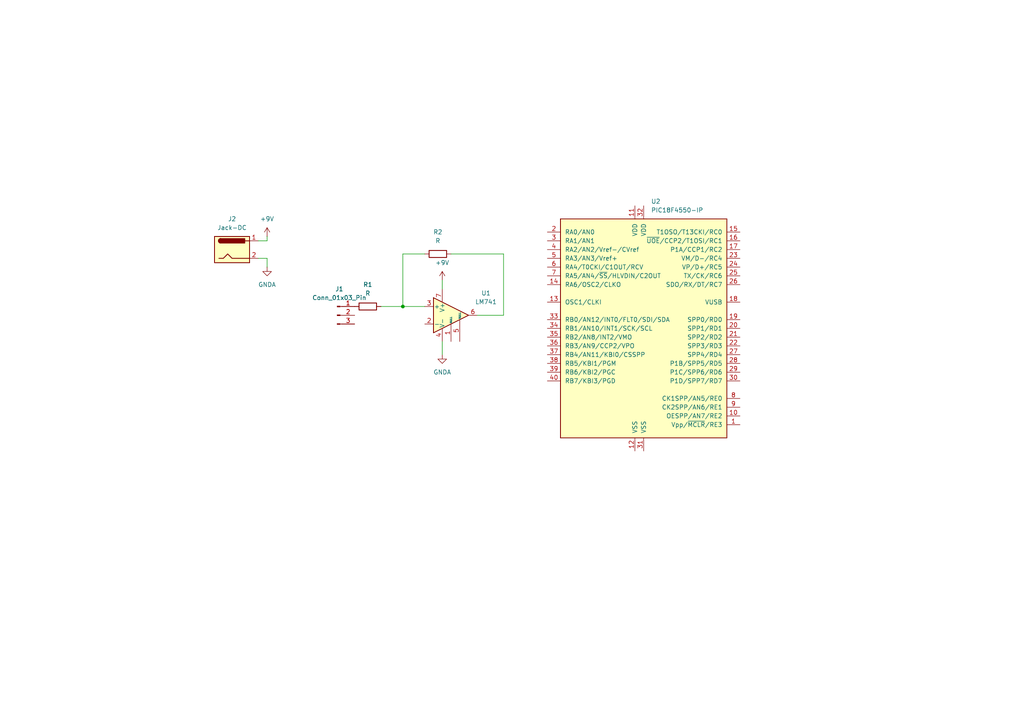
<source format=kicad_sch>
(kicad_sch (version 20250114) (generator "eeschema") (generator_version "9.0")
  (paper "A4")
  (lib_symbols
    (symbol "Amplifier_Operational:LM741" (pin_names (offset 0.127))
      (property "Reference" "U" (at 0 6.35 0))
      (property "Value" "LM741" (at 0 3.81 0))
      (symbol "LM741_0_1"
        (polyline (pts (xy -5.08 5.08) (xy 5.08 0) (xy -5.08 -5.08) (xy -5.08 5.08)) (stroke (width 0.254)) (fill (type background)))
      )
      (symbol "LM741_1_1"
        (pin input line (at -7.62 2.54 0) (length 2.54) (name "+") (number "3"))
        (pin input line (at -7.62 -2.54 0) (length 2.54) (name "-") (number "2"))
        (pin power_in line (at -2.54 7.62 270) (length 3.81) (name "V+") (number "7"))
        (pin power_in line (at -2.54 -7.62 90) (length 3.81) (name "V-") (number "4"))
        (pin no_connect line (at 0 2.54 270) (length 2.54) (hide yes) (name "NC") (number "8"))
        (pin input line (at 0 -7.62 90) (length 5.08) (name "NULL") (number "1"))
        (pin input line (at 2.54 -7.62 90) (length 6.35) (name "NULL") (number "5"))
        (pin output line (at 7.62 0 180) (length 2.54) (name "~") (number "6"))
      )
    )
    (symbol "Connector:Conn_01x03_Pin" (pin_names (offset 1.016) (hide yes))
      (property "Reference" "J" (at 0 5.08 0))
      (property "Value" "Conn_01x03_Pin" (at 0 -5.08 0))
      (symbol "Conn_01x03_Pin_1_1"
        (rectangle (start 0.8636 2.667) (end 0 2.413) (stroke (width 0.1524)) (fill (type outline)))
        (rectangle (start 0.8636 0.127) (end 0 -0.127) (stroke (width 0.1524)) (fill (type outline)))
        (rectangle (start 0.8636 -2.413) (end 0 -2.667) (stroke (width 0.1524)) (fill (type outline)))
        (polyline (pts (xy 1.27 2.54) (xy 0.8636 2.54)) (stroke (width 0.1524)))
        (polyline (pts (xy 1.27 0) (xy 0.8636 0)) (stroke (width 0.1524)))
        (polyline (pts (xy 1.27 -2.54) (xy 0.8636 -2.54)) (stroke (width 0.1524)))
        (pin passive line (at 5.08 2.54 180) (length 3.81) (name "Pin_1") (number "1"))
        (pin passive line (at 5.08 0 180) (length 3.81) (name "Pin_2") (number "2"))
        (pin passive line (at 5.08 -2.54 180) (length 3.81) (name "Pin_3") (number "3"))
      )
    )
    (symbol "Connector:Jack-DC" (pin_names (offset 1.016))
      (property "Reference" "J" (at 0 5.334 0))
      (property "Value" "Jack-DC" (at 0 -5.08 0))
      (symbol "Jack-DC_0_1"
        (rectangle (start -5.08 3.81) (end 5.08 -3.81) (stroke (width 0.254)) (fill (type background)))
        (polyline (pts (xy -3.81 -2.54) (xy -2.54 -2.54) (xy -1.27 -1.27) (xy 0 -2.54) (xy 2.54 -2.54) (xy 5.08 -2.54)) (stroke (width 0.254)))
        (arc (start -3.302 1.905) (mid -3.9343 2.54) (end -3.302 3.175) (stroke (width 0.254)))
        (arc (start -3.302 1.905) (mid -3.9343 2.54) (end -3.302 3.175) (stroke (width 0.254)) (fill (type outline)))
        (rectangle (start 3.683 3.175) (end -3.302 1.905) (stroke (width 0.254)) (fill (type outline)))
        (polyline (pts (xy 5.08 2.54) (xy 3.81 2.54)) (stroke (width 0.254)))
      )
      (symbol "Jack-DC_1_1"
        (pin passive line (at 7.62 2.54 180) (length 2.54) (name "~") (number "1"))
        (pin passive line (at 7.62 -2.54 180) (length 2.54) (name "~") (number "2"))
      )
    )
    (symbol "Device:R" (pin_numbers (hide yes)) (pin_names (offset 0))
      (property "Reference" "R" (at 2.032 0 90))
      (property "Value" "R" (at 0 0 90))
      (symbol "R_0_1"
        (rectangle (start -1.016 -2.54) (end 1.016 2.54) (stroke (width 0.254)))
      )
      (symbol "R_1_1"
        (pin passive line (at 0 3.81 270) (length 1.27) (name "~") (number "1"))
        (pin passive line (at 0 -3.81 90) (length 1.27) (name "~") (number "2"))
      )
    )
    (symbol "MCU_Microchip_PIC18:PIC18F4550-IP" (pin_names (offset 1.27))
      (property "Reference" "U" (at -22.86 33.02 0))
      (property "Value" "PIC18F4550-IP" (at 13.97 -33.02 0))
      (symbol "PIC18F4550-IP_0_1"
        (rectangle (start -24.13 31.75) (end 24.13 -31.75) (stroke (width 0.254)) (fill (type background)))
      )
      (symbol "PIC18F4550-IP_1_1"
        (pin bidirectional line (at -27.94 27.94 0) (length 3.81) (name "RA0/AN0") (number "2"))
        (pin bidirectional line (at -27.94 25.4 0) (length 3.81) (name "RA1/AN1") (number "3"))
        (pin bidirectional line (at -27.94 22.86 0) (length 3.81) (name "RA2/AN2/Vref-/CVref") (number "4"))
        (pin bidirectional line (at -27.94 20.32 0) (length 3.81) (name "RA3/AN3/Vref+") (number "5"))
        (pin bidirectional line (at -27.94 17.78 0) (length 3.81) (name "RA4/T0CKI/C1OUT/RCV") (number "6"))
        (pin bidirectional line (at -27.94 15.24 0) (length 3.81) (name "RA5/AN4/~{SS}/HLVDIN/C2OUT") (number "7"))
        (pin output line (at -27.94 12.7 0) (length 3.81) (name "RA6/OSC2/CLKO") (number "14"))
        (pin input line (at -27.94 7.62 0) (length 3.81) (name "OSC1/CLKI") (number "13"))
        (pin bidirectional line (at -27.94 2.54 0) (length 3.81) (name "RB0/AN12/INT0/FLT0/SDI/SDA") (number "33"))
        (pin bidirectional line (at -27.94 0 0) (length 3.81) (name "RB1/AN10/INT1/SCK/SCL") (number "34"))
        (pin bidirectional line (at -27.94 -2.54 0) (length 3.81) (name "RB2/AN8/INT2/VMO") (number "35"))
        (pin bidirectional line (at -27.94 -5.08 0) (length 3.81) (name "RB3/AN9/CCP2/VPO") (number "36"))
        (pin bidirectional line (at -27.94 -7.62 0) (length 3.81) (name "RB4/AN11/KBI0/CSSPP") (number "37"))
        (pin bidirectional line (at -27.94 -10.16 0) (length 3.81) (name "RB5/KBI1/PGM") (number "38"))
        (pin bidirectional line (at -27.94 -12.7 0) (length 3.81) (name "RB6/KBI2/PGC") (number "39"))
        (pin bidirectional line (at -27.94 -15.24 0) (length 3.81) (name "RB7/KBI3/PGD") (number "40"))
        (pin power_in line (at -2.54 35.56 270) (length 3.81) (name "VDD") (number "11"))
        (pin power_in line (at -2.54 -35.56 90) (length 3.81) (name "VSS") (number "12"))
        (pin power_in line (at 0 35.56 270) (length 3.81) (name "VDD") (number "32"))
        (pin power_in line (at 0 -35.56 90) (length 3.81) (name "VSS") (number "31"))
        (pin bidirectional line (at 27.94 27.94 180) (length 3.81) (name "T1OSO/T13CKI/RC0") (number "15"))
        (pin bidirectional line (at 27.94 25.4 180) (length 3.81) (name "~{UOE}/CCP2/T1OSI/RC1") (number "16"))
        (pin bidirectional line (at 27.94 22.86 180) (length 3.81) (name "P1A/CCP1/RC2") (number "17"))
        (pin bidirectional line (at 27.94 20.32 180) (length 3.81) (name "VM/D-/RC4") (number "23"))
        (pin bidirectional line (at 27.94 17.78 180) (length 3.81) (name "VP/D+/RC5") (number "24"))
        (pin bidirectional line (at 27.94 15.24 180) (length 3.81) (name "TX/CK/RC6") (number "25"))
        (pin bidirectional line (at 27.94 12.7 180) (length 3.81) (name "SDO/RX/DT/RC7") (number "26"))
        (pin bidirectional line (at 27.94 7.62 180) (length 3.81) (name "VUSB") (number "18"))
        (pin bidirectional line (at 27.94 2.54 180) (length 3.81) (name "SPP0/RD0") (number "19"))
        (pin bidirectional line (at 27.94 0 180) (length 3.81) (name "SPP1/RD1") (number "20"))
        (pin bidirectional line (at 27.94 -2.54 180) (length 3.81) (name "SPP2/RD2") (number "21"))
        (pin bidirectional line (at 27.94 -5.08 180) (length 3.81) (name "SPP3/RD3") (number "22"))
        (pin bidirectional line (at 27.94 -7.62 180) (length 3.81) (name "SPP4/RD4") (number "27"))
        (pin bidirectional line (at 27.94 -10.16 180) (length 3.81) (name "P1B/SPP5/RD5") (number "28"))
        (pin bidirectional line (at 27.94 -12.7 180) (length 3.81) (name "P1C/SPP6/RD6") (number "29"))
        (pin bidirectional line (at 27.94 -15.24 180) (length 3.81) (name "P1D/SPP7/RD7") (number "30"))
        (pin bidirectional line (at 27.94 -20.32 180) (length 3.81) (name "CK1SPP/AN5/RE0") (number "8"))
        (pin bidirectional line (at 27.94 -22.86 180) (length 3.81) (name "CK2SPP/AN6/RE1") (number "9"))
        (pin bidirectional line (at 27.94 -25.4 180) (length 3.81) (name "OESPP/AN7/RE2") (number "10"))
        (pin input line (at 27.94 -27.94 180) (length 3.81) (name "Vpp/~{MCLR}/RE3") (number "1"))
      )
    )
    (symbol "power:+9V" (power) (pin_numbers (hide yes)) (pin_names (offset 0) (hide yes))
      (property "Value" "+9V" (at 0 3.556 0))
      (symbol "+9V_0_1"
        (polyline (pts (xy -0.762 1.27) (xy 0 2.54)))
        (polyline (pts (xy 0 2.54) (xy 0.762 1.27)))
        (polyline (pts (xy 0 0) (xy 0 2.54)))
      )
      (symbol "+9V_1_1"
        (pin power_in line (at 0 0 90) (length 0) (name "~") (number "1"))
      )
    )
    (symbol "power:GNDA" (power) (pin_numbers (hide yes)) (pin_names (offset 0) (hide yes))
      (property "Value" "GNDA" (at 0 -3.81 0))
      (symbol "GNDA_0_1"
        (polyline (pts (xy 0 0) (xy 0 -1.27) (xy 1.27 -1.27) (xy 0 -2.54) (xy -1.27 -1.27) (xy 0 -1.27)))
      )
      (symbol "GNDA_1_1"
        (pin power_in line (at 0 0 270) (length 0) (name "~") (number "1"))
      )
    )
  )
  (junction (at 116.84 88.9))
  (wire (pts (xy 74.93 74.93) (xy 77.47 74.93)))
  (wire (pts (xy 123.19 73.66) (xy 116.84 73.66)))
  (wire (pts (xy 77.47 74.93) (xy 77.47 77.47)))
  (wire (pts (xy 128.27 81.28) (xy 128.27 83.82)))
  (wire (pts (xy 74.93 69.85) (xy 77.47 69.85)))
  (wire (pts (xy 110.49 88.9) (xy 116.84 88.9)))
  (wire (pts (xy 146.05 91.44) (xy 138.43 91.44)))
  (wire (pts (xy 130.81 73.66) (xy 146.05 73.66)))
  (wire (pts (xy 77.47 69.85) (xy 77.47 68.58)))
  (wire (pts (xy 146.05 73.66) (xy 146.05 91.44)))
  (wire (pts (xy 116.84 88.9) (xy 123.19 88.9)))
  (wire (pts (xy 116.84 73.66) (xy 116.84 88.9)))
  (wire (pts (xy 128.27 99.06) (xy 128.27 102.87)))
  (symbol (lib_id "power:+9V") (at 77.47 68.58 0) (unit 1)
    (property "Reference" "#PWR03" (effects (hide yes)))
    (property "Value" "+9V" (at 77.47 63.5 0))
    (property "Description" "Power symbol creates a global label with name \"+9V\"" (effects (hide yes)))
  )
  (symbol (lib_id "Device:R") (at 127 73.66 90) (unit 1)
    (property "Reference" "R2" (at 127 67.31 90))
    (property "Value" "R" (at 127 69.85 90))
    (property "Footprint" "Resistor_THT:R_Axial_DIN0204_L3.6mm_D1.6mm_P5.08mm_Horizontal" (effects (hide yes)))
    (property "Description" "Resistor" (effects (hide yes)))
  )
  (symbol (lib_id "MCU_Microchip_PIC18:PIC18F4550-IP") (at 186.69 95.25 0) (unit 1)
    (property "Reference" "U2" (at 188.8333 58.42 0) (effects (justify left)))
    (property "Value" "PIC18F4550-IP" (at 188.8333 60.96 0) (effects (justify left)))
    (property "Footprint" "Package_DIP:DIP-40_W15.24mm" (effects (hide yes)))
    (property "Datasheet" "http://ww1.microchip.com/downloads/en/DeviceDoc/39760d.pdf" (effects (hide yes)))
    (property "Description" "32K Flash, 2K SRAM, 256 EEPROM, USB, nanoWatt XLP, DIP40" (effects (hide yes)))
  )
  (symbol (lib_id "power:+9V") (at 128.27 81.28 0) (unit 1)
    (property "Reference" "#PWR01" (effects (hide yes)))
    (property "Value" "+9V" (at 128.27 76.2 0))
    (property "Description" "Power symbol creates a global label with name \"+9V\"" (effects (hide yes)))
  )
  (symbol (lib_id "Connector:Jack-DC") (at 67.31 72.39 0) (unit 1)
    (property "Reference" "J2" (at 67.31 63.5 0))
    (property "Value" "Jack-DC" (at 67.31 66.04 0))
    (property "Footprint" "Connector_BarrelJack:BarrelJack_SwitchcraftConxall_RAPC10U_Horizontal" (effects (hide yes)))
    (property "Description" "DC Barrel Jack" (effects (hide yes)))
  )
  (symbol (lib_id "Amplifier_Operational:LM741") (at 130.81 91.44 0) (unit 1)
    (property "Reference" "U1" (at 140.97 85.0198 0))
    (property "Value" "LM741" (at 140.97 87.5598 0))
    (property "Footprint" "Package_DIP:DIP-8_W7.62mm_LongPads" (effects (hide yes)))
    (property "Datasheet" "http://www.ti.com/lit/ds/symlink/lm741.pdf" (effects (hide yes)))
    (property "Description" "Operational Amplifier, DIP-8/TO-99-8" (effects (hide yes)))
  )
  (symbol (lib_id "power:GNDA") (at 128.27 102.87 0) (unit 1)
    (property "Reference" "#PWR02" (effects (hide yes)))
    (property "Value" "GNDA" (at 128.27 107.95 0))
    (property "Description" "Power symbol creates a global label with name \"GNDA\" , analog ground" (effects (hide yes)))
  )
  (symbol (lib_id "Device:R") (at 106.68 88.9 90) (unit 1)
    (property "Reference" "R1" (at 106.68 82.55 90))
    (property "Value" "R" (at 106.68 85.09 90))
    (property "Footprint" "Resistor_THT:R_Axial_DIN0204_L3.6mm_D1.6mm_P5.08mm_Horizontal" (effects (hide yes)))
    (property "Description" "Resistor" (effects (hide yes)))
  )
  (symbol (lib_id "power:GNDA") (at 77.47 77.47 0) (unit 1)
    (property "Reference" "#PWR04" (effects (hide yes)))
    (property "Value" "GNDA" (at 77.47 82.55 0))
    (property "Description" "Power symbol creates a global label with name \"GNDA\" , analog ground" (effects (hide yes)))
  )
  (symbol (lib_id "Connector:Conn_01x03_Pin") (at 97.79 91.44 0) (unit 1)
    (property "Reference" "J1" (at 98.425 83.82 0))
    (property "Value" "Conn_01x03_Pin" (at 98.425 86.36 0))
    (property "Footprint" "Connector_Molex:Molex_KK-254_AE-6410-03A_1x03_P2.54mm_Vertical" (effects (hide yes)))
    (property "Description" "Generic connector, single row, 01x03, script generated" (effects (hide yes)))
  )
)
</source>
